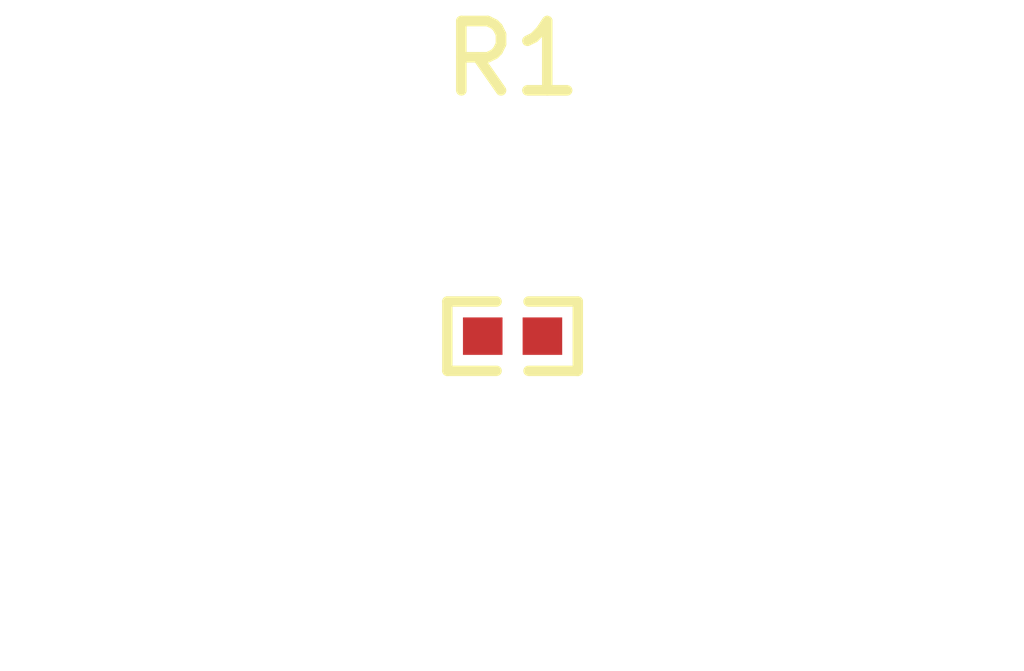
<source format=kicad_pcb>
(kicad_pcb (version 20241229) (generator "atopile") (generator_version "0.3.24")
  (layers (0 "F.Cu" signal) (31 "B.Cu" signal) (34 "B.Paste" user) (35 "F.Paste" user) (36 "B.SilkS" user "B.Silkscreen") (37 "F.SilkS" user "F.Silkscreen") (38 "B.Mask" user) (39 "F.Mask" user) (44 "Edge.Cuts" user))
  (net 0 "")
  (net 1 "in")
  (net 2 "gnd")
  (footprint "atopile:R0402-56259e" (layer "F.Cu") (at 0 0 0)
    (property "Reference" "R1" (at 0 -4 0) (layer "F.SilkS") (hide no))
    (property "Value" "10kΩ ±1% 62.5mW")
    (fp_line (start -0.23 0.5) (end -0.94 0.5) (stroke (width 0.15)) (layer "F.SilkS"))
    (fp_line (start -0.94 0.5) (end -0.94 -0.5) (stroke (width 0.15)) (layer "F.SilkS"))
    (fp_line (start -0.94 -0.5) (end -0.23 -0.5) (stroke (width 0.15)) (layer "F.SilkS"))
    (fp_line (start 0.23 0.5) (end 0.94 0.5) (stroke (width 0.15)) (layer "F.SilkS"))
    (fp_line (start 0.94 0.5) (end 0.94 -0.5) (stroke (width 0.15)) (layer "F.SilkS"))
    (fp_line (start 0.94 -0.5) (end 0.23 -0.5) (stroke (width 0.15)) (layer "F.SilkS"))
    (fp_text user "${REFERENCE}" (at 0 -4 0) (layer "F.SilkS"))
    (pad "2" smd rect (at 0.43 0 0) (size 0.57 0.54) (layers "F.Cu" "F.Paste" "F.Mask") (net 1 "in"))
    (pad "1" smd rect (at -0.43 0 0) (size 0.57 0.54) (layers "F.Cu" "F.Paste" "F.Mask") (net 2 "gnd"))
  )
)
</source>
